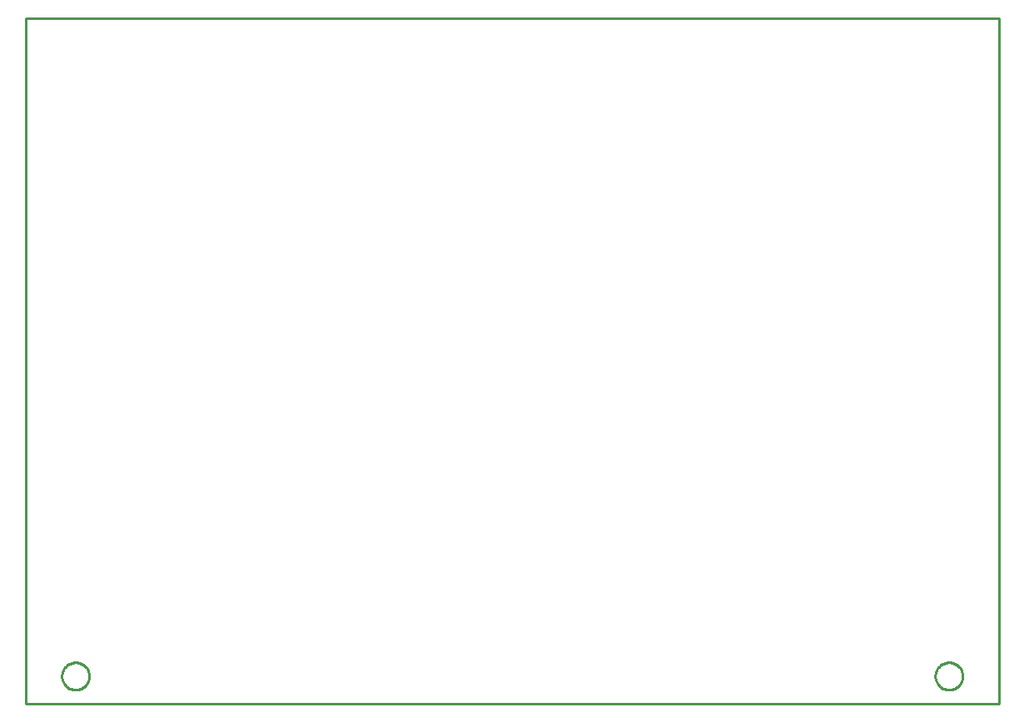
<source format=gbr>
G04 EAGLE Gerber RS-274X export*
G75*
%MOMM*%
%FSLAX34Y34*%
%LPD*%
%IN*%
%IPPOS*%
%AMOC8*
5,1,8,0,0,1.08239X$1,22.5*%
G01*
%ADD10C,0.254000*%


D10*
X0Y0D02*
X990600Y0D01*
X990600Y698500D01*
X0Y698500D01*
X0Y0D01*
X939301Y13970D02*
X938306Y14041D01*
X937318Y14183D01*
X936343Y14395D01*
X935385Y14676D01*
X934451Y15025D01*
X933543Y15440D01*
X932667Y15918D01*
X931828Y16457D01*
X931029Y17055D01*
X930275Y17709D01*
X929569Y18415D01*
X928915Y19169D01*
X928317Y19968D01*
X927778Y20807D01*
X927300Y21683D01*
X926885Y22591D01*
X926536Y23525D01*
X926255Y24483D01*
X926043Y25458D01*
X925901Y26446D01*
X925830Y27441D01*
X925830Y28439D01*
X925901Y29434D01*
X926043Y30422D01*
X926255Y31397D01*
X926536Y32355D01*
X926885Y33290D01*
X927300Y34197D01*
X927778Y35073D01*
X928317Y35913D01*
X928915Y36711D01*
X929569Y37465D01*
X930275Y38171D01*
X931029Y38825D01*
X931828Y39423D01*
X932667Y39962D01*
X933543Y40440D01*
X934451Y40855D01*
X935385Y41204D01*
X936343Y41485D01*
X937318Y41697D01*
X938306Y41839D01*
X939301Y41910D01*
X940299Y41910D01*
X941294Y41839D01*
X942282Y41697D01*
X943257Y41485D01*
X944215Y41204D01*
X945150Y40855D01*
X946057Y40440D01*
X946933Y39962D01*
X947773Y39423D01*
X948571Y38825D01*
X949325Y38171D01*
X950031Y37465D01*
X950685Y36711D01*
X951283Y35913D01*
X951822Y35073D01*
X952300Y34197D01*
X952715Y33290D01*
X953064Y32355D01*
X953345Y31397D01*
X953557Y30422D01*
X953699Y29434D01*
X953770Y28439D01*
X953770Y27441D01*
X953699Y26446D01*
X953557Y25458D01*
X953345Y24483D01*
X953064Y23525D01*
X952715Y22591D01*
X952300Y21683D01*
X951822Y20807D01*
X951283Y19968D01*
X950685Y19169D01*
X950031Y18415D01*
X949325Y17709D01*
X948571Y17055D01*
X947773Y16457D01*
X946933Y15918D01*
X946057Y15440D01*
X945150Y15025D01*
X944215Y14676D01*
X943257Y14395D01*
X942282Y14183D01*
X941294Y14041D01*
X940299Y13970D01*
X939301Y13970D01*
X50301Y13970D02*
X49306Y14041D01*
X48318Y14183D01*
X47343Y14395D01*
X46385Y14676D01*
X45451Y15025D01*
X44543Y15440D01*
X43667Y15918D01*
X42828Y16457D01*
X42029Y17055D01*
X41275Y17709D01*
X40569Y18415D01*
X39915Y19169D01*
X39317Y19968D01*
X38778Y20807D01*
X38300Y21683D01*
X37885Y22591D01*
X37536Y23525D01*
X37255Y24483D01*
X37043Y25458D01*
X36901Y26446D01*
X36830Y27441D01*
X36830Y28439D01*
X36901Y29434D01*
X37043Y30422D01*
X37255Y31397D01*
X37536Y32355D01*
X37885Y33290D01*
X38300Y34197D01*
X38778Y35073D01*
X39317Y35913D01*
X39915Y36711D01*
X40569Y37465D01*
X41275Y38171D01*
X42029Y38825D01*
X42828Y39423D01*
X43667Y39962D01*
X44543Y40440D01*
X45451Y40855D01*
X46385Y41204D01*
X47343Y41485D01*
X48318Y41697D01*
X49306Y41839D01*
X50301Y41910D01*
X51299Y41910D01*
X52294Y41839D01*
X53282Y41697D01*
X54257Y41485D01*
X55215Y41204D01*
X56150Y40855D01*
X57057Y40440D01*
X57933Y39962D01*
X58773Y39423D01*
X59571Y38825D01*
X60325Y38171D01*
X61031Y37465D01*
X61685Y36711D01*
X62283Y35913D01*
X62822Y35073D01*
X63300Y34197D01*
X63715Y33290D01*
X64064Y32355D01*
X64345Y31397D01*
X64557Y30422D01*
X64699Y29434D01*
X64770Y28439D01*
X64770Y27441D01*
X64699Y26446D01*
X64557Y25458D01*
X64345Y24483D01*
X64064Y23525D01*
X63715Y22591D01*
X63300Y21683D01*
X62822Y20807D01*
X62283Y19968D01*
X61685Y19169D01*
X61031Y18415D01*
X60325Y17709D01*
X59571Y17055D01*
X58773Y16457D01*
X57933Y15918D01*
X57057Y15440D01*
X56150Y15025D01*
X55215Y14676D01*
X54257Y14395D01*
X53282Y14183D01*
X52294Y14041D01*
X51299Y13970D01*
X50301Y13970D01*
M02*

</source>
